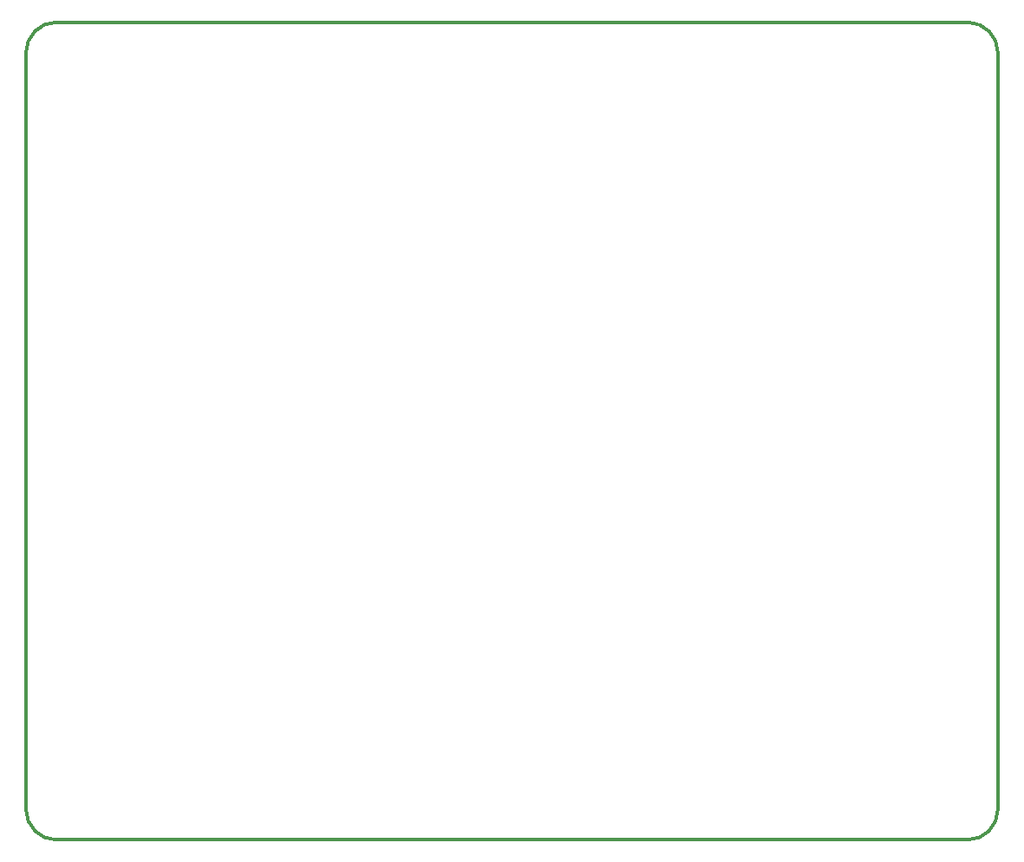
<source format=gko>
G04*
G04 #@! TF.GenerationSoftware,Altium Limited,Altium Designer,20.2.8 (258)*
G04*
G04 Layer_Color=16711935*
%FSLAX25Y25*%
%MOIN*%
G70*
G04*
G04 #@! TF.SameCoordinates,8B033AF5-0F56-4633-A6EA-0BBE3F1FE994*
G04*
G04*
G04 #@! TF.FilePolarity,Positive*
G04*
G01*
G75*
%ADD11C,0.01200*%
D11*
X362205Y0D02*
G03*
X374016Y11811I0J11811D01*
G01*
X0D02*
G03*
X11811Y0I11811J0D01*
G01*
X374016Y303150D02*
G03*
X362205Y314961I-11811J-0D01*
G01*
X11811D02*
G03*
X0Y303150I0J-11811D01*
G01*
X374016Y11811D02*
Y303150D01*
X11811Y314961D02*
X362205D01*
X0Y11811D02*
Y303150D01*
X11811Y0D02*
X362205D01*
M02*

</source>
